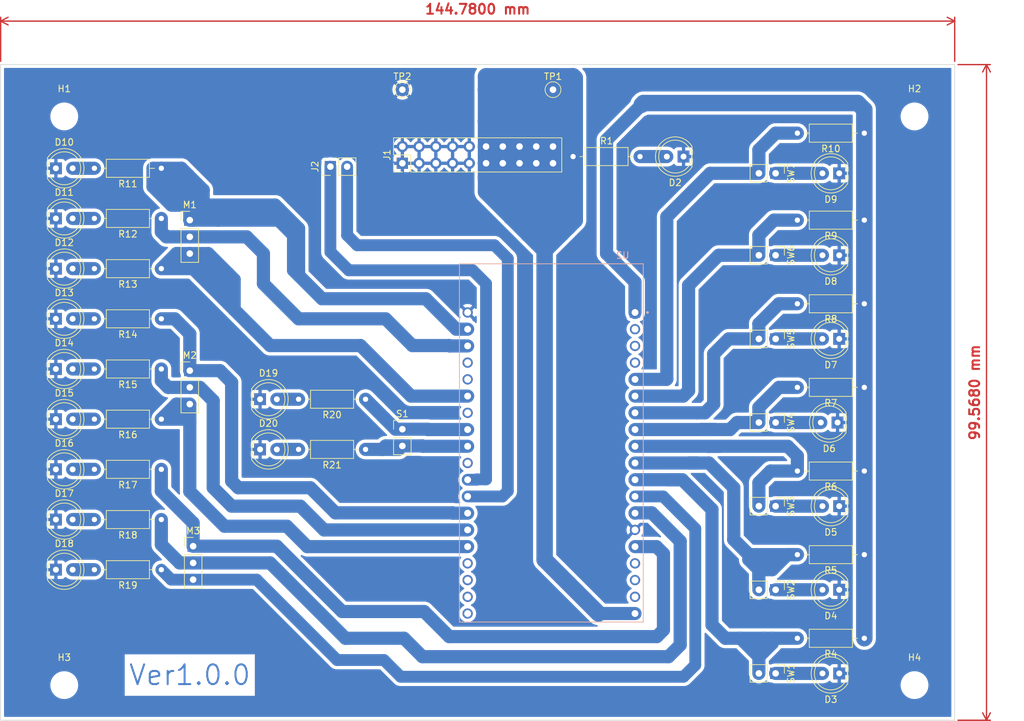
<source format=kicad_pcb>
(kicad_pcb (version 20211014) (generator pcbnew)
  (layers (0 "F.Cu" signal) (31 "B.Cu" signal) (34 "B.Paste" user) (35 "F.Paste" user) (36 "B.SilkS" user "B.Silkscreen") (37 "F.SilkS" user "F.Silkscreen") (38 "B.Mask" user) (39 "F.Mask" user) (44 "Edge.Cuts" user))
  (net 0 "")
  (net 1 "Net-(D5-Pad2)")
  (net 2 "GND")
  (net 3 "+5V")
  (net 4 "Net-(D2-Pad2)")
  (net 5 "Net-(D3-Pad2)")
  (net 6 "Net-(D4-Pad2)")
  (net 7 "Net-(D6-Pad2)")
  (net 8 "+3.3V")
  (net 9 "Net-(D7-Pad2)")
  (net 10 "Net-(D8-Pad2)")
  (net 11 "5")
  (net 12 "6")
  (net 13 "Net-(D9-Pad2)")
  (net 14 "tx")
  (net 15 "rx")
  (net 16 "1")
  (net 17 "2")
  (net 18 "3")
  (net 19 "4")
  (net 32 "A2")
  (net 33 "PWM2")
  (net 34 "B2")
  (net 35 "A3")
  (net 36 "PWM3")
  (net 37 "B3")
  (net 38 "7")
  (net 39 "PWM4")
  (net 40 "PWM5")
  (net 41 "A1")
  (net 42 "PWM1")
  (net 43 "B1")
  (net 45 "Net-(R21-Pad2)")
  (net 46 "Net-(D10-Pad2)")
  (net 47 "Net-(D11-Pad2)")
  (net 48 "Net-(D12-Pad2)")
  (net 49 "Net-(D13-Pad2)")
  (net 50 "Net-(D14-Pad2)")
  (net 51 "Net-(D15-Pad2)")
  (net 52 "Net-(D16-Pad2)")
  (net 53 "Net-(D17-Pad2)")
  (net 54 "Net-(D18-Pad2)")
  (net 55 "Net-(D19-Pad2)")
  (footprint "LED_THT:LED_D5.0mm" (layer "F.Cu") (at 200.919 141.224 180)
    (fp_text reference "D3")
    (fp_text value "LED")
  )
  (footprint "LED_THT:LED_D5.0mm" (layer "F.Cu") (at 82.042 102.616)
    (fp_text reference "D15")
    (fp_text value "LED")
  )
  (footprint "Resistor_THT:R_Axial_DIN0207_L6.3mm_D2.5mm_P10.16mm_Horizontal" (layer "F.Cu") (at 98.044 102.616 180)
    (fp_text reference "R16")
    (fp_text value "220")
  )
  (footprint "Connector_PinHeader_2.54mm:PinHeader_2x10_P2.54mm_Vertical" (layer "F.Cu") (at 134.62 63.754 90)
    (fp_text reference "J1")
    (fp_text value "Conn_02x10_Odd_Even")
  )
  (footprint "Resistor_THT:R_Axial_DIN0207_L6.3mm_D2.5mm_P10.16mm_Horizontal" (layer "F.Cu") (at 204.724 72.39 180)
    (fp_text reference "R9")
    (fp_text value "220")
  )
  (footprint "Resistor_THT:R_Axial_DIN0207_L6.3mm_D2.5mm_P10.16mm_Horizontal" (layer "F.Cu") (at 204.724 85.09 180)
    (fp_text reference "R8")
    (fp_text value "220")
  )
  (footprint "Connector_PinHeader_2.54mm:PinHeader_1x03_P2.54mm_Vertical" (layer "F.Cu") (at 102.362 95.25)
    (fp_text reference "M2")
    (fp_text value "Conn_01x03")
  )
  (footprint "MountingHole:MountingHole_3.2mm_M3" (layer "F.Cu") (at 212.344 143.002)
    (fp_text reference "H4")
    (fp_text value "MountingHole")
  )
  (footprint "TestPoint:TestPoint_THTPad_D2.0mm_Drill1.0mm" (layer "F.Cu") (at 134.62 52.578)
    (fp_text reference "TP2")
    (fp_text value "gnd")
  )
  (footprint "Connector_PinHeader_2.54mm:PinHeader_1x02_P2.54mm_Vertical" (layer "F.Cu") (at 123.698 64.262 90)
    (fp_text reference "J2")
    (fp_text value "Conn_01x02")
  )
  (footprint "Resistor_THT:R_Axial_DIN0207_L6.3mm_D2.5mm_P10.16mm_Horizontal" (layer "F.Cu") (at 98.044 117.856 180)
    (fp_text reference "R18")
    (fp_text value "220")
  )
  (footprint "Resistor_THT:R_Axial_DIN0207_L6.3mm_D2.5mm_P10.16mm_Horizontal" (layer "F.Cu") (at 98.044 87.376 180)
    (fp_text reference "R14")
    (fp_text value "220")
  )
  (footprint "Connector_PinHeader_2.54mm:PinHeader_1x02_P2.54mm_Vertical" (layer "F.Cu") (at 191.262 141.224 -90)
    (fp_text reference "SW1")
    (fp_text value "SW_DIP_x01")
  )
  (footprint "LED_THT:LED_D5.0mm" (layer "F.Cu") (at 113.03 107.208)
    (fp_text reference "D20")
    (fp_text value "LED")
  )
  (footprint "Connector_PinHeader_2.54mm:PinHeader_1x02_P2.54mm_Vertical" (layer "F.Cu") (at 191.262 103.124 -90)
    (fp_text reference "SW4")
    (fp_text value "SW_DIP_x01")
  )
  (footprint "MountingHole:MountingHole_3.2mm_M3" (layer "F.Cu") (at 83.312 56.642)
    (fp_text reference "H1")
    (fp_text value "MountingHole")
  )
  (footprint "LED_THT:LED_D5.0mm" (layer "F.Cu") (at 200.914 115.824 180)
    (fp_text reference "D5")
    (fp_text value "LED")
  )
  (footprint "LED_THT:LED_D5.0mm" (layer "F.Cu") (at 82.037 79.756)
    (fp_text reference "D12")
    (fp_text value "LED")
  )
  (footprint "MountingHole:MountingHole_3.2mm_M3" (layer "F.Cu") (at 83.312 143.002)
    (fp_text reference "H3")
    (fp_text value "MountingHole")
  )
  (footprint "Resistor_THT:R_Axial_DIN0207_L6.3mm_D2.5mm_P10.16mm_Horizontal" (layer "F.Cu") (at 98.044 72.136 180)
    (fp_text reference "R12")
    (fp_text value "220")
  )
  (footprint "LED_THT:LED_D5.0mm" (layer "F.Cu") (at 200.914 128.524 180)
    (fp_text reference "D4")
    (fp_text value "LED")
  )
  (footprint "LED_THT:LED_D5.0mm" (layer "F.Cu") (at 200.914 90.424 180)
    (fp_text reference "D7")
    (fp_text value "LED")
  )
  (footprint "Resistor_THT:R_Axial_DIN0207_L6.3mm_D2.5mm_P10.16mm_Horizontal" (layer "F.Cu") (at 129.032 107.208 180)
    (fp_text reference "R21")
    (fp_text value "220")
  )
  (footprint "Resistor_THT:R_Axial_DIN0207_L6.3mm_D2.5mm_P10.16mm_Horizontal" (layer "F.Cu") (at 204.724 97.79 180)
    (fp_text reference "R7")
    (fp_text value "220")
  )
  (footprint "Connector_PinHeader_2.54mm:PinHeader_1x03_P2.54mm_Vertical" (layer "F.Cu") (at 102.362 72.39)
    (fp_text reference "M1")
    (fp_text value "Conn_01x03")
  )
  (footprint "Resistor_THT:R_Axial_DIN0207_L6.3mm_D2.5mm_P10.16mm_Horizontal" (layer "F.Cu") (at 204.724 135.89 180)
    (fp_text reference "R4")
    (fp_text value "220")
  )
  (footprint "Resistor_THT:R_Axial_DIN0207_L6.3mm_D2.5mm_P10.16mm_Horizontal" (layer "F.Cu") (at 160.528 62.738)
    (fp_text reference "R1")
    (fp_text value "510")
  )
  (footprint "Connector_PinHeader_2.54mm:PinHeader_1x03_P2.54mm_Vertical" (layer "F.Cu") (at 102.87 121.905)
    (fp_text reference "M3")
    (fp_text value "Conn_01x03")
  )
  (footprint "TestPoint:TestPoint_THTPad_D2.0mm_Drill1.0mm" (layer "F.Cu") (at 157.48 52.578)
    (fp_text reference "TP1")
    (fp_text value "5v")
  )
  (footprint "LED_THT:LED_D5.0mm" (layer "F.Cu") (at 200.914 77.724 180)
    (fp_text reference "D8")
    (fp_text value "LED")
  )
  (footprint "Resistor_THT:R_Axial_DIN0207_L6.3mm_D2.5mm_P10.16mm_Horizontal" (layer "F.Cu") (at 98.044 125.476 180)
    (fp_text reference "R19")
    (fp_text value "220")
  )
  (footprint "Resistor_THT:R_Axial_DIN0207_L6.3mm_D2.5mm_P10.16mm_Horizontal" (layer "F.Cu") (at 98.044 94.996 180)
    (fp_text reference "R15")
    (fp_text value "220")
  )
  (footprint "Connector_PinHeader_2.54mm:PinHeader_1x02_P2.54mm_Vertical" (layer "F.Cu") (at 191.262 65.278 -90)
    (fp_text reference "SW7")
    (fp_text value "SW_DIP_x01")
  )
  (footprint "LED_THT:LED_D5.0mm" (layer "F.Cu") (at 82.042 64.516)
    (fp_text reference "D10")
    (fp_text value "LED")
  )
  (footprint "LED_THT:LED_D5.0mm" (layer "F.Cu") (at 113.03 99.588)
    (fp_text reference "D19")
    (fp_text value "LED")
  )
  (footprint "Resistor_THT:R_Axial_DIN0207_L6.3mm_D2.5mm_P10.16mm_Horizontal" (layer "F.Cu") (at 204.724 110.49 180)
    (fp_text reference "R6")
    (fp_text value "220")
  )
  (footprint "LED_THT:LED_D5.0mm" (layer "F.Cu") (at 82.037 94.996)
    (fp_text reference "D14")
    (fp_text value "LED")
  )
  (footprint "Resistor_THT:R_Axial_DIN0207_L6.3mm_D2.5mm_P10.16mm_Horizontal" (layer "F.Cu") (at 204.724 59.182 180)
    (fp_text reference "R10")
    (fp_text value "220")
  )
  (footprint "LED_THT:LED_D5.0mm" (layer "F.Cu") (at 82.042 110.236)
    (fp_text reference "D16")
    (fp_text value "LED")
  )
  (footprint "Resistor_THT:R_Axial_DIN0207_L6.3mm_D2.5mm_P10.16mm_Horizontal" (layer "F.Cu") (at 98.044 64.516 180)
    (fp_text reference "R11")
    (fp_text value "220")
  )
  (footprint "Resistor_THT:R_Axial_DIN0207_L6.3mm_D2.5mm_P10.16mm_Horizontal" (layer "F.Cu") (at 98.044 79.756 180)
    (fp_text reference "R13")
    (fp_text value "220")
  )
  (footprint "MountingHole:MountingHole_3.2mm_M3" (layer "F.Cu") (at 212.344 56.642)
    (fp_text reference "H2")
    (fp_text value "MountingHole")
  )
  (footprint "LED_THT:LED_D5.0mm" (layer "F.Cu") (at 177.292 62.738 180)
    (fp_text reference "D2")
    (fp_text value "LED")
  )
  (footprint "LED_THT:LED_D5.0mm" (layer "F.Cu") (at 200.665 103.124 180)
    (fp_text reference "D6")
    (fp_text value "LED")
  )
  (footprint "LED_THT:LED_D5.0mm" (layer "F.Cu") (at 82.037 72.136)
    (fp_text reference "D11")
    (fp_text value "LED")
  )
  (footprint "Connector_PinHeader_2.54mm:PinHeader_1x02_P2.54mm_Vertical" (layer "F.Cu") (at 191.262 115.824 -90)
    (fp_text reference "SW3")
    (fp_text value "SW_DIP_x01")
  )
  (footprint "LED_THT:LED_D5.0mm" (layer "F.Cu") (at 82.042 125.476)
    (fp_text reference "D18")
    (fp_text value "LED")
  )
  (footprint "Connector_PinHeader_2.54mm:PinHeader_1x02_P2.54mm_Vertical" (layer "F.Cu") (at 191.262 128.524 -90)
    (fp_text reference "SW2")
    (fp_text value "SW_DIP_x01")
  )
  (footprint "LED_THT:LED_D5.0mm" (layer "F.Cu") (at 82.037 87.376)
    (fp_text reference "D13")
    (fp_text value "LED")
  )
  (footprint "Resistor_THT:R_Axial_DIN0207_L6.3mm_D2.5mm_P10.16mm_Horizontal" (layer "F.Cu") (at 204.724 123.19 180)
    (fp_text reference "R5")
    (fp_text value "220")
  )
  (footprint "Connector_PinHeader_2.54mm:PinHeader_1x02_P2.54mm_Vertical" (layer "F.Cu") (at 134.62 104.14)
    (fp_text reference "S1")
    (fp_text value "Conn_01x02")
  )
  (footprint "LED_THT:LED_D5.0mm" (layer "F.Cu") (at 200.914 65.278 180)
    (fp_text reference "D9")
    (fp_text value "LED")
  )
  (footprint "Resistor_THT:R_Axial_DIN0207_L6.3mm_D2.5mm_P10.16mm_Horizontal" (layer "F.Cu") (at 98.044 110.236 180)
    (fp_text reference "R17")
    (fp_text value "220")
  )
  (footprint "Connector_PinHeader_2.54mm:PinHeader_1x02_P2.54mm_Vertical" (layer "F.Cu") (at 191.267 90.424 -90)
    (fp_text reference "SW5")
    (fp_text value "SW_DIP_x01")
  )
  (footprint "Resistor_THT:R_Axial_DIN0207_L6.3mm_D2.5mm_P10.16mm_Horizontal" (layer "F.Cu") (at 129.032 99.588 180)
    (fp_text reference "R20")
    (fp_text value "220")
  )
  (footprint "Connector_PinHeader_2.54mm:PinHeader_1x02_P2.54mm_Vertical" (layer "F.Cu") (at 191.262 77.724 -90)
    (fp_text reference "SW6")
    (fp_text value "SW_DIP_x01")
  )
  (footprint "LED_THT:LED_D5.0mm" (layer "F.Cu") (at 82.042 117.856)
    (fp_text reference "D17")
    (fp_text value "LED")
  )
  (footprint "ESP32-DEVKITC-32D:MODULE_ESP32-DEVKITC-32D" (layer "B.Cu") (at 157.226 106.172 180)
    (fp_text reference "U2")
    (fp_text value "ESP32-DEVKITC-32D")
  )
  (gr_rect (start 73.66 48.768) (end 218.44 148.336) (layer "Edge.Cuts") (width 0.1) (fill none))
  (gr_text "Ver1.0.0\n" (at 102.362 141.478) (layer "B.Cu") (effects (font (size 3 3) (thickness 0.3))))
  (dimension (type aligned) (layer "F.Cu") (pts (xy 73.66 48.768) (xy 218.44 48.768)) (height -6.604) (gr_text "144.7800 mm" (at 146.05 40.364) (layer "F.Cu") (effects (font (size 1.5 1.5) (thickness 0.3)))) (format (units 3) (units_format 1) (precision 4)) (style (thickness 0.2) (arrow_length 1.27) (text_position_mode 0) (extension_height 0.58642) (extension_offset 0.5) keep_text_aligned))
  (dimension (type aligned) (layer "F.Cu") (pts (xy 218.44 48.768) (xy 218.44 148.336)) (height -4.826) (gr_text "99.5680 mm" (at 221.466 98.552 90) (layer "F.Cu") (effects (font (size 1.5 1.5) (thickness 0.3)))) (format (units 3) (units_format 1) (precision 4)) (style (thickness 0.2) (arrow_length 1.27) (text_position_mode 0) (extension_height 0.58642) (extension_offset 0.5) keep_text_aligned))
  (segment (start 191.262 115.824) (end 198.374 115.824) (width 2) (layer "B.Cu") (net 1))
  (segment (start 160.528 62.738) (end 158.75 64.516) (width 2.5) (layer "B.Cu") (net 3))
  (segment (start 147.32 61.214) (end 147.32 63.754) (width 2.5) (layer "B.Cu") (net 3))
  (segment (start 156.21 62.738) (end 151.13 62.738) (width 2.5) (layer "B.Cu") (net 3))
  (segment (start 160.782 65.278) (end 160.782 68.072) (width 2.5) (layer "B.Cu") (net 3))
  (segment (start 160.782 72.39) (end 160.782 68.072) (width 2.5) (layer "B.Cu") (net 3))
  (segment (start 151.892 60.452) (end 152.908 61.468) (width 2.5) (layer "B.Cu") (net 3))
  (segment (start 158.75 60.198) (end 158.75 60.96) (width 2.5) (layer "B.Cu") (net 3))
  (segment (start 156.21 57.15) (end 156.21 62.738) (width 2.5) (layer "B.Cu") (net 3))
  (segment (start 153.67 56.388) (end 160.274 56.388) (width 2.5) (layer "B.Cu") (net 3))
  (segment (start 160.782 53.086) (end 160.782 59.436) (width 2.5) (layer "B.Cu") (net 3))
  (segment (start 149.86 63.754) (end 149.86 67.056) (width 2.5) (layer "B.Cu") (net 3))
  (segment (start 148.209 56.515) (end 148.59 56.134) (width 2.5) (layer "B.Cu") (net 3))
  (segment (start 153.924 67.056) (end 154.686 67.818) (width 2.5) (layer "B.Cu") (net 3))
  (segment (start 159.766 73.406) (end 160.782 72.39) (width 2.5) (layer "B.Cu") (net 3))
  (segment (start 148.59 56.134) (end 160.02 56.134) (width 2.5) (layer "B.Cu") (net 3))
  (segment (start 153.67 68.834) (end 154.686 69.85) (width 2.5) (layer "B.Cu") (net 3))
  (segment (start 160.528 65.024) (end 160.528 62.738) (width 2.5) (layer "B.Cu") (net 3))
  (segment (start 157.48 71.374) (end 156.21 72.644) (width 2.5) (layer "B.Cu") (net 3))
  (segment (start 147.32 66.04) (end 147.32 65.786) (width 2.5) (layer "B.Cu") (net 3))
  (segment (start 147.32 57.404) (end 147.32 52.578) (width 2.5) (layer "B.Cu") (net 3))
  (segment (start 156.21 65.278) (end 157.988 65.278) (width 2.5) (layer "B.Cu") (net 3))
  (segment (start 154.94 52.578) (end 154.94 55.118) (width 2.5) (layer "B.Cu") (net 3))
  (segment (start 151.13 68.834) (end 153.67 68.834) (width 2.5) (layer "B.Cu") (net 3))
  (segment (start 151.765 52.959) (end 152.146 52.578) (width 2.5) (layer "B.Cu") (net 3))
  (segment (start 157.734 71.374) (end 159.766 73.406) (width 2.5) (layer "B.Cu") (net 3))
  (segment (start 147.32 63.754) (end 149.86 63.754) (width 2.5) (layer "B.Cu") (net 3))
  (segment (start 154.686 69.85) (end 154.686 71.628) (width 2.5) (layer "B.Cu") (net 3))
  (segment (start 157.48 62.738) (end 160.528 62.738) (width 2.5) (layer "B.Cu") (net 3))
  (segment (start 151.13 65.278) (end 151.13 67.056) (width 0.25) (layer "B.Cu") (net 3))
  (segment (start 157.48 69.596) (end 157.48 67.056) (width 2.5) (layer "B.Cu") (net 3))
  (segment (start 147.32 61.214) (end 147.32 57.404) (width 2.5) (layer "B.Cu") (net 3))
  (segment (start 158.75 70.104) (end 157.48 71.374) (width 2.5) (layer "B.Cu") (net 3))
  (segment (start 151.384 60.452) (end 151.13 60.452) (width 0.25) (layer "B.Cu") (net 3))
  (segment (start 147.32 68.072) (end 151.13 71.882) (width 2.5) (layer "B.Cu") (net 3))
  (segment (start 156.21 123.952) (end 164.39 132.132) (width 2.5) (layer "B.Cu") (net 3))
  (segment (start 157.607 53.721) (end 158.623 53.721) (width 2.5) (layer "B.Cu") (net 3))
  (segment (start 155.448 62.738) (end 157.988 65.278) (width 0.25) (layer "B.Cu") (net 3))
  (segment (start 148.209 56.515) (end 149.987 58.293) (width 2.5) (layer "B.Cu") (net 3))
  (segment (start 147.32 65.786) (end 147.32 68.072) (width 2.5) (layer "B.Cu") (net 3))
  (segment (start 147.32 61.214) (end 149.86 63.754) (width 2.5) (layer "B.Cu") (net 3))
  (segment (start 151.13 70.612) (end 151.13 71.882) (width 2.5) (layer "B.Cu") (net 3))
  (segment (start 160.274 52.578) (end 160.782 53.086) (width 2.5) (layer "B.Cu") (net 3))
  (segment (start 156.21 62.738) (end 158.75 60.198) (width 2.5) (layer "B.Cu") (net 3))
  (segment (start 160.274 55.372) (end 160.274 56.388) (width 2.5) (layer "B.Cu") (net 3))
  (segment (start 151.13 71.882) (end 153.797 74.549) (width 2.5) (layer "B.Cu") (net 3))
  (segment (start 160.782 50.8) (end 160.782 53.086) (width 2.5) (layer "B.Cu") (net 3))
  (segment (start 158.623 53.721) (end 160.528 55.626) (width 2.5) (layer "B.Cu") (net 3))
  (segment (start 151.13 60.452) (end 151.13 71.882) (width 2.5) (layer "B.Cu") (net 3))
  (segment (start 151.638 57.912) (end 154.686 60.96) (width 2.5) (layer "B.Cu") (net 3))
  (segment (start 151.13 65.278) (end 155.194 65.278) (width 2.5) (layer "B.Cu") (net 3))
  (segment (start 154.686 58.928) (end 152.146 56.388) (width 2.5) (layer "B.Cu") (net 3))
  (segment (start 158.75 60.198) (end 158.75 59.182) (width 2.5) (layer "B.Cu") (net 3))
  (segment (start 151.638 56.388) (end 151.638 57.912) (width 2.5) (layer "B.Cu") (net 3))
  (segment (start 149.86 63.754) (end 149.86 61.214) (width 2.5) (layer "B.Cu") (net 3))
  (segment (start 151.13 68.072) (end 151.13 68.834) (width 2.5) (layer "B.Cu") (net 3))
  (segment (start 153.67 62.738) (end 151.384 60.452) (width 0.25) (layer "B.Cu") (net 3))
  (segment (start 151.13 60.452) (end 151.892 60.452) (width 2.5) (layer "B.Cu") (net 3))
  (segment (start 154.178 61.468) (end 154.686 60.96) (width 2.5) (layer "B.Cu") (net 3))
  (segment (start 156.21 62.738) (end 157.48 62.738) (width 2.5) (layer "B.Cu") (net 3))
  (segment (start 157.734 66.802) (end 156.21 65.278) (width 2.5) (layer "B.Cu") (net 3))
  (segment (start 152.146 56.388) (end 153.67 56.388) (width 2.5) (layer "B.Cu") (net 3))
  (segment (start 160.528 57.15) (end 156.21 57.15) (width 2.5) (layer "B.Cu") (net 3))
  (segment (start 147.32 57.404) (end 151.765 52.959) (width 2.5) (layer "B.Cu") (net 3))
  (segment (start 157.48 52.578) (end 158.623 53.721) (width 2.5) (layer "B.Cu") (net 3))
  (segment (start 157.48 52.578) (end 160.274 55.372) (width 2.5) (layer "B.Cu") (net 3))
  (segment (start 147.32 63.754) (end 147.32 65.786) (width 2.5) (layer "B.Cu") (net 3))
  (segment (start 160.528 66.548) (end 157.48 69.596) (width 2.5) (layer "B.Cu") (net 3))
  (segment (start 154.686 60.96) (end 154.686 58.928) (width 2.5) (layer "B.Cu") (net 3))
  (segment (start 147.32 52.578) (end 152.146 52.578) (width 2.5) (layer "B.Cu") (net 3))
  (segment (start 156.464 54.864) (end 157.607 53.721) (width 2.5) (layer "B.Cu") (net 3))
  (segment (start 160.528 55.626) (end 160.528 57.15) (width 2.5) (layer "B.Cu") (net 3))
  (segment (start 147.574 52.578) (end 149.86 54.864) (width 2.5) (layer "B.Cu") (net 3))
  (segment (start 158.75 64.516) (end 157.988 64.516) (width 2.5) (layer "B.Cu") (net 3))
  (segment (start 158.75 60.96) (end 160.528 62.738) (width 2.5) (layer "B.Cu") (net 3))
  (segment (start 156.21 65.278) (end 156.21 62.738) (width 2.5) (layer "B.Cu") (net 3))
  (segment (start 154.432 68.072) (end 151.13 68.072) (width 2.5) (layer "B.Cu") (net 3))
  (segment (start 147.32 57.404) (end 148.209 56.515) (width 2.5) (layer "B.Cu") (net 3))
  (segment (start 157.48 58.674) (end 158.242 58.674) (width 2.5) (layer "B.Cu") (net 3))
  (segment (start 160.02 56.134) (end 160.274 56.388) (width 2.5) (layer "B.Cu") (net 3))
  (segment (start 160.782 56.896) (end 160.528 57.15) (width 2.5) (layer "B.Cu") (net 3))
  (segment (start 153.67 62.738) (end 157.48 62.738) (width 0.25) (layer "B.Cu") (net 3))
  (segment (start 160.274 56.388) (end 160.782 56.896) (width 2.5) (layer "B.Cu") (net 3))
  (segment (start 152.654 62.738) (end 155.194 65.278) (width 2.5) (layer "B.Cu") (net 3))
  (segment (start 160.528 50.546) (end 160.782 50.8) (width 2.5) (layer "B.Cu") (net 3))
  (segment (start 154.178 72.136) (end 152.908 70.866) (width 2.5) (layer "B.Cu") (net 3))
  (segment (start 150.241 58.293) (end 147.32 61.214) (width 2.5) (layer "B.Cu") (net 3))
  (segment (start 154.305 74.549) (end 153.797 74.549) (width 2.5) (layer "B.Cu") (net 3))
  (segment (start 154.94 52.578) (end 157.48 52.578) (width 2.5) (layer "B.Cu") (net 3))
  (segment (start 160.782 65.278) (end 160.528 65.024) (width 2.5) (layer "B.Cu") (net 3))
  (segment (start 158.75 70.104) (end 160.782 72.136) (width 2.5) (layer "B.Cu") (net 3))
  (segment (start 157.988 64.516) (end 157.988 65.278) (width 2.5) (layer "B.Cu") (net 3))
  (segment (start 157.48 71.374) (end 157.734 71.374) (width 2.5) (layer "B.Cu") (net 3))
  (segment (start 147.32 52.578) (end 147.32 50.546) (width 2.5) (layer "B.Cu") (net 3))
  (segment (start 151.13 67.056) (end 153.924 67.056) (width 2.5) (layer "B.Cu") (net 3))
  (segment (start 152.908 61.468) (end 154.178 61.468) (width 2.5) (layer "B.Cu") (net 3))
  (segment (start 153.162 54.864) (end 151.638 54.864) (width 2.5) (layer "B.Cu") (net 3))
  (segment (start 156.972 72.644) (end 158.75 74.422) (width 2.5) (layer "B.Cu") (net 3))
  (segment (start 149.098 67.818) (end 147.32 66.04) (width 2.5) (layer "B.Cu") (net 3))
  (segment (start 160.782 59.436) (end 160.782 56.896) (width 2.5) (layer "B.Cu") (net 3))
  (segment (start 152.908 70.866) (end 152.908 70.358) (width 2.5) (layer "B.Cu") (net 3))
  (segment (start 149.86 54.864) (end 151.638 54.864) (width 2.5) (layer "B.Cu") (net 3))
  (segment (start 154.94 55.118) (end 153.67 56.388) (width 2.5) (layer "B.Cu") (net 3))
  (segment (start 157.48 52.578) (end 160.274 52.578) (width 2.5) (layer "B.Cu") (net 3))
  (segment (start 149.987 58.293) (end 150.241 58.293) (width 2.5) (layer "B.Cu") (net 3))
  (segment (start 157.48 67.056) (end 157.734 66.802) (width 2.5) (layer "B.Cu") (net 3))
  (segment (start 158.242 58.674) (end 158.75 59.182) (width 2.5) (layer "B.Cu") (net 3))
  (segment (start 160.782 72.136) (end 160.782 72.39) (width 2.5) (layer "B.Cu") (net 3))
  (segment (start 156.21 72.644) (end 156.21 76.962) (width 2.5) (layer "B.Cu") (net 3))
  (segment (start 147.32 52.578) (end 147.574 52.578) (width 2.5) (layer "B.Cu") (net 3))
  (segment (start 147.32 63.754) (end 149.86 66.294) (width 2.5) (layer "B.Cu") (net 3))
  (segment (start 153.67 65.278) (end 151.13 65.278) (width 0.25) (layer "B.Cu") (net 3))
  (segment (start 149.86 67.056) (end 149.098 67.818) (width 2.5) (layer "B.Cu") (net 3))
  (segment (start 156.21 76.962) (end 158.75 74.422) (width 2.5) (layer "B.Cu") (net 3))
  (segment (start 160.782 65.278) (end 160.782 59.436) (width 2.5) (layer "B.Cu") (net 3))
  (segment (start 153.797 74.549) (end 156.21 76.962) (width 2.5) (layer "B.Cu") (net 3))
  (segment (start 153.162 54.864) (end 153.162 54.356) (width 2.5) (layer "B.Cu") (net 3))
  (segment (start 158.75 74.422) (end 159.766 73.406) (width 2.5) (layer "B.Cu") (net 3))
  (segment (start 164.39 132.132) (end 169.926 132.132) (width 2) (layer "B.Cu") (net 3))
  (segment (start 151.13 56.896) (end 151.13 57.404) (width 2.5) (layer "B.Cu") (net 3))
  (segment (start 151.13 62.738) (end 152.654 62.738) (width 2.5) (layer "B.Cu") (net 3))
  (segment (start 151.765 52.959) (end 153.162 54.356) (width 2.5) (layer "B.Cu") (net 3))
  (segment (start 151.638 54.864) (end 151.638 56.388) (width 2.5) (layer "B.Cu") (net 3))
  (segment (start 152.908 70.358) (end 151.384 70.358) (width 2.5) (layer "B.Cu") (net 3))
  (segment (start 151.13 62.738) (end 151.13 60.452) (width 2.5) (layer "B.Cu") (net 3))
  (segment (start 156.21 62.738) (end 157.988 64.516) (width 2.5) (layer "B.Cu") (net 3))
  (segment (start 153.67 62.738) (end 155.448 62.738) (width 0.25) (layer "B.Cu") (net 3))
  (segment (start 154.686 71.628) (end 154.178 72.136) (width 2.5) (layer "B.Cu") (net 3))
  (segment (start 160.528 65.024) (end 160.528 66.548) (width 2.5) (layer "B.Cu") (net 3))
  (segment (start 156.21 72.644) (end 156.972 72.644) (width 2.5) (layer "B.Cu") (net 3))
  (segment (start 157.988 65.278) (end 160.782 65.278) (width 2.5) (layer "B.Cu") (net 3))
  (segment (start 160.782 68.072) (end 158.75 70.104) (width 2.5) (layer "B.Cu") (net 3))
  (segment (start 149.86 66.294) (end 149.86 67.056) (width 2.5) (layer "B.Cu") (net 3))
  (segment (start 156.21 65.278) (end 156.21 72.644) (width 2.5) (layer "B.Cu") (net 3))
  (segment (start 151.13 56.896) (end 151.638 56.388) (width 2.5) (layer "B.Cu") (net 3))
  (segment (start 154.686 67.818) (end 154.432 68.072) (width 2.5) (layer "B.Cu") (net 3))
  (segment (start 151.13 57.404) (end 150.241 58.293) (width 2.5) (layer "B.Cu") (net 3))
  (segment (start 152.146 52.578) (end 154.94 52.578) (width 2.5) (layer "B.Cu") (net 3))
  (segment (start 153.67 62.738) (end 153.67 65.278) (width 0.25) (layer "B.Cu") (net 3))
  (segment (start 151.384 70.358) (end 151.13 70.612) (width 2.5) (layer "B.Cu") (net 3))
  (segment (start 151.13 62.738) (end 151.13 65.278) (width 2.5) (layer "B.Cu") (net 3))
  (segment (start 151.13 62.738) (end 151.13 56.896) (width 2.5) (layer "B.Cu") (net 3))
  (segment (start 147.32 50.546) (end 160.528 50.546) (width 2.5) (layer "B.Cu") (net 3))
  (segment (start 156.21 72.644) (end 154.305 74.549) (width 2.5) (layer "B.Cu") (net 3))
  (segment (start 156.21 76.962) (end 156.21 123.952) (width 2.5) (layer "B.Cu") (net 3))
  (segment (start 155.194 65.278) (end 156.21 65.278) (width 2.5) (layer "B.Cu") (net 3))
  (segment (start 170.688 62.738) (end 174.752 62.738) (width 2) (layer "B.Cu") (net 4))
  (segment (start 198.379 141.224) (end 191.262 141.224) (width 2) (layer "B.Cu") (net 5))
  (segment (start 191.262 128.524) (end 198.374 128.524) (width 2) (layer "B.Cu") (net 6))
  (segment (start 198.125 103.124) (end 191.262 103.124) (width 2) (layer "B.Cu") (net 7))
  (segment (start 170.942 54.864) (end 165.608 60.198) (width 2) (layer "B.Cu") (net 8))
  (segment (start 170.942 54.864) (end 171.196 54.61) (width 2.5) (layer "B.Cu") (net 8))
  (segment (start 165.608 60.198) (end 165.608 77.47) (width 2) (layer "B.Cu") (net 8))
  (segment (start 203.708 54.61) (end 204.724 55.626) (width 2.5) (layer "B.Cu") (net 8))
  (segment (start 204.724 72.39) (end 204.724 135.89) (width 2.5) (layer "B.Cu") (net 8))
  (segment (start 171.196 54.61) (end 203.708 54.61) (width 2.5) (layer "B.Cu") (net 8))
  (segment (start 204.724 55.626) (end 204.724 59.182) (width 2.5) (layer "B.Cu") (net 8))
  (segment (start 165.608 77.47) (end 169.926 81.788) (width 2) (layer "B.Cu") (net 8))
  (segment (start 169.926 81.788) (end 169.926 86.412) (width 2) (layer "B.Cu") (net 8))
  (segment (start 204.724 59.182) (end 204.724 72.39) (width 2.5) (layer "B.Cu") (net 8))
  (segment (start 191.267 90.424) (end 198.374 90.424) (width 2) (layer "B.Cu") (net 9))
  (segment (start 191.262 77.724) (end 198.374 77.724) (width 2) (layer "B.Cu") (net 10))
  (segment (start 180.542 101.652) (end 180.594 101.6) (width 0.25) (layer "B.Cu") (net 11))
  (segment (start 184.15 90.424) (end 188.727 90.424) (width 2) (layer "B.Cu") (net 11))
  (segment (start 188.722 88.138) (end 191.77 85.09) (width 2) (layer "B.Cu") (net 11))
  (segment (start 181.864 100.33) (end 181.864 92.71) (width 2) (layer "B.Cu") (net 11))
  (segment (start 191.77 85.09) (end 194.564 85.09) (width 2) (layer "B.Cu") (net 11))
  (segment (start 179.376 101.652) (end 180.542 101.652) (width 2) (layer "B.Cu") (net 11))
  (segment (start 188.727 88.143) (end 188.722 88.138) (width 2) (layer "B.Cu") (net 11))
  (segment (start 169.926 101.652) (end 179.376 101.652) (width 2) (layer "B.Cu") (net 11))
  (segment (start 188.727 90.424) (end 188.727 88.143) (width 2) (layer "B.Cu") (net 11))
  (segment (start 180.542 101.652) (end 181.864 100.33) (width 2) (layer "B.Cu") (net 11))
  (segment (start 181.864 92.71) (end 184.15 90.424) (width 2) (layer "B.Cu") (net 11))
  (segment (start 191.008 72.39) (end 188.722 74.676) (width 2) (layer "B.Cu") (net 12))
  (segment (start 188.722 74.676) (end 188.722 77.724) (width 2) (layer "B.Cu") (net 12))
  (segment (start 178.054 98.298) (end 177.24 99.112) (width 2) (layer "B.Cu") (net 12))
  (segment (start 177.24 99.112) (end 169.926 99.112) (width 2) (layer "B.Cu") (net 12))
  (segment (start 178.054 82.296) (end 178.054 98.298) (width 2) (layer "B.Cu") (net 12))
  (segment (start 182.626 77.724) (end 178.054 82.296) (width 2) (layer "B.Cu") (net 12))
  (segment (start 194.564 72.39) (end 191.008 72.39) (width 2) (layer "B.Cu") (net 12))
  (segment (start 188.722 77.724) (end 182.626 77.724) (width 2) (layer "B.Cu") (net 12))
  (segment (start 191.262 65.278) (end 198.374 65.278) (width 2) (layer "B.Cu") (net 13))
  (segment (start 123.698 77.216) (end 123.698 64.262) (width 1.8) (layer "B.Cu") (net 14))
  (segment (start 144.526 111.812) (end 145.848 111.812) (width 1.8) (layer "B.Cu") (net 14))
  (segment (start 145.9 111.76) (end 147.32 111.76) (width 1.8) (layer "B.Cu") (net 14))
  (segment (start 147.32 82.042) (end 145.288 80.01) (width 1.8) (layer "B.Cu") (net 14))
  (segment (start 145.288 80.01) (end 126.492 80.01) (width 1.8) (layer "B.Cu") (net 14))
  (segment (start 126.492 80.01) (end 123.698 77.216) (width 1.8) (layer "B.Cu") (net 14))
  (segment (start 145.848 111.812) (end 145.9 111.76) (width 1.8) (layer "B.Cu") (net 14))
  (segment (start 147.32 111.76) (end 147.32 82.042) (width 1.8) (layer "B.Cu") (net 14))
  (segment (start 148.59 76.2) (end 127.762 76.2) (width 1.8) (layer "B.Cu") (net 15))
  (segment (start 150.622 113.538) (end 150.622 78.232) (width 1.8) (layer "B.Cu") (net 15))
  (segment (start 127.762 76.2) (end 126.238 74.676) (width 1.8) (layer "B.Cu") (net 15))
  (segment (start 150.622 78.232) (end 148.59 76.2) (width 1.8) (layer "B.Cu") (net 15))
  (segment (start 149.808 114.352) (end 150.622 113.538) (width 1.8) (layer "B.Cu") (net 15))
  (segment (start 126.238 74.676) (end 126.238 64.262) (width 1.8) (layer "B.Cu") (net 15))
  (segment (start 144.526 114.352) (end 149.808 114.352) (width 1.8) (layer "B.Cu") (net 15))
  (segment (start 174.954 111.812) (end 176.582 111.812) (width 2) (layer "B.Cu") (net 16))
  (segment (start 187.833 137.795) (end 188.722 138.684) (width 2) (layer "B.Cu") (net 16))
  (segment (start 181.61 133.858) (end 183.642 135.89) (width 2) (layer "B.Cu") (net 16))
  (segment (start 190.754 136.652) (end 188.722 138.684) (width 2) (layer "B.Cu") (net 16))
  (segment (start 183.642 135.89) (end 185.928 135.89) (width 2) (layer "B.Cu") (net 16))
  (segment (start 190.754 135.89) (end 194.564 135.89) (width 2) (layer "B.Cu") (net 16))
  (segment (start 189.484 135.89) (end 187.833 137.541) (width 2) (layer "B.Cu") (net 16))
  (segment (start 185.928 135.89) (end 187.833 137.795) (width 2) (layer "B.Cu") (net 16))
  (segment (start 181.61 116.332) (end 181.61 133.858) (width 2) (layer "B.Cu") (net 16))
  (segment (start 169.926 111.812) (end 174.954 111.812) (width 2) (layer "B.Cu") (net 16))
  (segment (start 185.928 135.89) (end 189.484 135.89) (width 2) (layer "B.Cu") (net 16))
  (segment (start 177.09 111.812) (end 181.61 116.332) (width 2) (layer "B.Cu") (net 16))
  (segment (start 174.954 111.812) (end 177.09 111.812) (width 2) (layer "B.Cu") (net 16))
  (segment (start 176.582 111.812) (end 177.546 112.776) (width 0.25) (layer "B.Cu") (net 16))
  (segment (start 188.722 138.684) (end 188.722 141.224) (width 2) (layer "B.Cu") (net 16))
  (segment (start 190.754 135.89) (end 190.754 136.652) (width 2) (layer "B.Cu") (net 16))
  (segment (start 187.833 137.541) (end 187.833 137.795) (width 2) (layer "B.Cu") (net 16))
  (segment (start 189.484 135.89) (end 190.754 135.89) (width 2) (layer "B.Cu") (net 16))
  (segment (start 190.754 125.476) (end 188.722 125.476) (width 2) (layer "B.Cu") (net 17))
  (segment (start 169.926 109.272) (end 178.256 109.272) (width 2) (layer "B.Cu") (net 17))
  (segment (start 178.256 109.272) (end 179.376 109.272) (width 2) (layer "B.Cu") (net 17))
  (segment (start 194.564 123.19) (end 193.04 123.19) (width 2) (layer "B.Cu") (net 17))
  (segment (start 189.738 123.19) (end 194.564 123.19) (width 2) (layer "B.Cu") (net 17))
  (segment (start 187.198 123.952) (end 188.722 125.476) (width 2) (layer "B.Cu") (net 17))
  (segment (start 188.722 125.476) (end 188.722 127.508) (width 2) (layer "B.Cu") (net 17))
  (segment (start 187.198 123.19) (end 184.912 120.904) (width 2) (layer "B.Cu") (net 17))
  (segment (start 184.912 113.03) (end 184.912 120.904) (width 2) (layer "B.Cu") (net 17))
  (segment (start 178.256 109.272) (end 181.154 109.272) (width 2) (layer "B.Cu") (net 17))
  (segment (start 184.912 120.904) (end 188.722 124.714) (width 2) (layer "B.Cu") (net 17))
  (segment (start 189.738 124.46) (end 188.722 125.476) (width 2) (layer "B.Cu") (net 17))
  (segment (start 188.722 127.508) (end 188.722 128.524) (width 2) (layer "B.Cu") (net 17))
  (segment (start 188.722 124.714) (end 188.722 127.508) (width 2) (layer "B.Cu") (net 17))
  (segment (start 187.198 123.952) (end 187.198 123.19) (width 2) (layer "B.Cu") (net 17))
  (segment (start 193.04 123.19) (end 190.754 125.476) (width 2) (layer "B.Cu") (net 17))
  (segment (start 181.154 109.272) (end 184.912 113.03) (width 2) (layer "B.Cu") (net 17))
  (segment (start 187.198 123.19) (end 189.738 123.19) (width 2) (layer "B.Cu") (net 17))
  (segment (start 189.738 123.19) (end 189.738 124.46) (width 2) (layer "B.Cu") (net 17))
  (segment (start 194.564 108.204) (end 194.564 110.49) (width 2) (layer "B.Cu") (net 18))
  (segment (start 182.828 106.732) (end 182.88 106.68) (width 0.25) (layer "B.Cu") (net 18))
  (segment (start 194.564 110.49) (end 190.5 110.49) (width 2) (layer "B.Cu") (net 18))
  (segment (start 181.05 106.732) (end 193.092 106.732) (width 2) (layer "B.Cu") (net 18))
  (segment (start 188.722 112.268) (end 188.722 115.824) (width 2) (layer "B.Cu") (net 18))
  (segment (start 193.092 106.732) (end 194.564 108.204) (width 2) (layer "B.Cu") (net 18))
  (segment (start 190.5 110.49) (end 188.722 112.268) (width 2) (layer "B.Cu") (net 18))
  (segment (start 181.05 106.732) (end 182.828 106.732) (width 2) (layer "B.Cu") (net 18))
  (segment (start 169.926 106.732) (end 181.05 106.732) (width 2) (layer "B.Cu") (net 18))
  (segment (start 191.77 97.79) (end 194.564 97.79) (width 2) (layer "B.Cu") (net 19))
  (segment (start 185.42 103.124) (end 188.722 103.124) (width 2) (layer "B.Cu") (net 19))
  (segment (start 188.722 103.124) (end 188.722 100.838) (width 2) (layer "B.Cu") (net 19))
  (segment (start 182.066 104.192) (end 182.626 103.632) (width 0.25) (layer "B.Cu") (net 19))
  (segment (start 184.352 104.192) (end 185.42 103.124) (width 2) (layer "B.Cu") (net 19))
  (segment (start 169.926 104.192) (end 180.034 104.192) (width 2) (layer "B.Cu") (net 19))
  (segment (start 180.034 104.192) (end 182.066 104.192) (width 2) (layer "B.Cu") (net 19))
  (segment (start 188.722 100.838) (end 191.77 97.79) (width 2) (layer "B.Cu") (net 19))
  (segment (start 180.034 104.192) (end 184.352 104.192) (width 2) (layer "B.Cu") (net 19))
  (segment (start 120.65 113.03) (end 109.728 113.03) (width 2) (layer "B.Cu") (net 32))
  (segment (start 102.362 95.25) (end 102.362 89.662) (width 2) (layer "B.Cu") (net 32))
  (segment (start 106.934 95.25) (end 102.362 95.25) (width 2) (layer "B.Cu") (net 32))
  (segment (start 108.712 97.028) (end 106.934 95.25) (width 2) (layer "B.Cu") (net 32))
  (segment (start 144.526 116.892) (end 142.292 116.892) (width 2) (layer "B.Cu") (net 32))
  (segment (start 142.292 116.892) (end 142.24 116.84) (width 2) (layer "B.Cu") (net 32))
  (segment (start 108.712 112.014) (end 108.712 97.028) (width 2) (layer "B.Cu") (net 32))
  (segment (start 124.46 116.84) (end 120.65 113.03) (width 2) (layer "B.Cu") (net 32))
  (segment (start 109.728 113.03) (end 108.712 112.014) (width 2) (layer "B.Cu") (net 32))
  (segment (start 102.362 89.662) (end 100.076 87.376) (width 2) (layer "B.Cu") (net 32))
  (segment (start 142.24 116.84) (end 124.46 116.84) (width 2) (layer "B.Cu") (net 32))
  (segment (start 100.076 87.376) (end 98.044 87.376) (width 2) (layer "B.Cu") (net 32))
  (segment (start 103.886 97.79) (end 102.362 97.79) (width 2) (layer "B.Cu") (net 33))
  (segment (start 119.126 115.824) (end 108.712 115.824) (width 2) (layer "B.Cu") (net 33))
  (segment (start 99.06 97.79) (end 98.044 96.774) (width 2) (layer "B.Cu") (net 33))
  (segment (start 105.918 99.822) (end 103.886 97.79) (width 2) (layer "B.Cu") (net 33))
  (segment (start 108.712 115.824) (end 105.918 113.03) (width 2) (layer "B.Cu") (net 33))
  (segment (start 144.526 119.432) (end 122.734 119.432) (width 2) (layer "B.Cu") (net 33))
  (segment (start 105.918 113.03) (end 105.918 99.822) (width 2) (layer "B.Cu") (net 33))
  (segment (start 102.362 97.79) (end 99.06 97.79) (width 2) (layer "B.Cu") (net 33))
  (segment (start 122.734 119.432) (end 119.126 115.824) (width 2) (layer "B.Cu") (net 33))
  (segment (start 98.044 96.774) (end 98.044 94.996) (width 2) (layer "B.Cu") (net 33))
  (segment (start 117.094 118.872) (end 107.63273 118.872) (width 2) (layer "B.Cu") (net 34))
  (segment (start 144.526 121.972) (end 120.194 121.972) (width 2) (layer "B.Cu") (net 34))
  (segment (start 100.33 101.346) (end 100.33 100.33) (width 2) (layer "B.Cu") (net 34))
  (segment (start 102.362 100.33) (end 100.33 100.33) (width 2) (layer "B.Cu") (net 34))
  (segment (start 102.362 103.124) (end 102.362 100.33) (width 2) (layer "B.Cu") (net 34))
  (segment (start 101.854 102.616) (end 102.362 103.124) (width 2) (layer "B.Cu") (net 34))
  (segment (start 120.194 121.972) (end 117.094 118.872) (width 2) (layer "B.Cu") (net 34))
  (segment (start 98.044 102.616) (end 101.854 102.616) (width 2) (layer "B.Cu") (net 34))
  (segment (start 102.362 113.60127) (end 102.362 103.124) (width 2) (layer "B.Cu") (net 34))
  (segment (start 100.33 100.33) (end 98.044 102.616) (width 2) (layer "B.Cu") (net 34))
  (segment (start 101.6 102.616) (end 100.33 101.346) (width 2) (layer "B.Cu") (net 34))
  (segment (start 107.63273 118.872) (end 102.362 113.60127) (width 2) (layer "B.Cu") (net 34))
  (segment (start 101.854 102.616) (end 101.6 102.616) (width 2) (layer "B.Cu") (net 34))
  (segment (start 173.228 135.636) (end 141.732 135.636) (width 2) (layer "B.Cu") (net 35))
  (segment (start 102.87 118.364) (end 98.044 113.538) (width 2) (layer "B.Cu") (net 35))
  (segment (start 102.87 121.905) (end 102.87 118.364) (width 2) (layer "B.Cu") (net 35))
  (segment (start 169.926 121.972) (end 173.176 121.972) (width 2) (layer "B.Cu") (net 35))
  (segment (start 141.732 135.636) (end 137.922 131.826) (width 2) (layer "B.Cu") (net 35))
  (segment (start 137.922 131.826) (end 125.476 131.826) (width 2) (layer "B.Cu") (net 35))
  (segment (start 98.044 113.538) (end 98.044 110.236) (width 2) (layer "B.Cu") (net 35))
  (segment (start 125.476 131.826) (end 115.555 121.905) (width 2) (layer "B.Cu") (net 35))
  (segment (start 174.244 134.62) (end 173.228 135.636) (width 2) (layer "B.Cu") (net 35))
  (segment (start 173.176 121.972) (end 174.244 123.04) (width 2) (layer "B.Cu") (net 35))
  (segment (start 115.555 121.905) (end 102.87 121.905) (width 2) (layer "B.Cu") (net 35))
  (segment (start 174.244 123.04) (end 174.244 134.62) (width 2) (layer "B.Cu") (net 35))
  (segment (start 98.044 121.666) (end 98.044 117.856) (width 2) (layer "B.Cu") (net 36))
  (segment (start 176.784 121.158) (end 176.784 136.906) (width 2) (layer "B.Cu") (net 36))
  (segment (start 114.539 124.445) (end 102.87 124.445) (width 2) (layer "B.Cu") (net 36))
  (segment (start 125.984 135.89) (end 114.539 124.445) (width 2) (layer "B.Cu") (net 36))
  (segment (start 169.978 116.84) (end 172.466 116.84) (width 2) (layer "B.Cu") (net 36))
  (segment (start 100.823 124.445) (end 98.044 121.666) (width 2) (layer "B.Cu") (net 36))
  (segment (start 172.466 116.84) (end 176.784 121.158) (width 2) (layer "B.Cu") (net 36))
  (segment (start 137.668 138.684) (end 134.874 135.89) (width 2) (layer "B.Cu") (net 36))
  (segment (start 169.926 116.892) (end 169.978 116.84) (width 2) (layer "B.Cu") (net 36))
  (segment (start 102.87 124.445) (end 100.823 124.445) (width 2) (layer "B.Cu") (net 36))
  (segment (start 175.006 138.684) (end 137.668 138.684) (width 2) (layer "B.Cu") (net 36))
  (segment (start 176.784 136.906) (end 175.006 138.684) (width 2) (layer "B.Cu") (net 36))
  (segment (start 134.874 135.89) (end 125.984 135.89) (width 2) (layer "B.Cu") (net 36))
  (segment (start 134.366 141.732) (end 131.826 139.192) (width 1.8) (layer "B.Cu") (net 37))
  (segment (start 174.192 114.352) (end 179.07 119.23) (width 1.8) (layer "B.Cu") (net 37))
  (segment (start 131.826 139.192) (end 124.714 139.192) (width 1.8) (layer "B.Cu") (net 37))
  (segment (start 102.87 126.985) (end 99.553 126.985) (width 1.8) (layer "B.Cu") (net 37))
  (segment (start 99.553 126.985) (end 98.044 125.476) (width 1.8) (layer "B.Cu") (net 37))
  (segment (start 179.07 119.23) (end 179.07 139.954) (width 1.8) (layer "B.Cu") (net 37))
  (segment (start 179.07 139.954) (end 177.292 141.732) (width 1.8) (layer "B.Cu") (net 37))
  (segment (start 112.507 126.985) (end 102.87 126.985) (width 1.8) (layer "B.Cu") (net 37))
  (segment (start 177.292 141.732) (end 134.366 141.732) (width 1.8) (layer "B.Cu") (net 37))
  (segment (start 124.714 139.192) (end 112.507 126.985) (width 1.8) (layer "B.Cu") (net 37))
  (segment (start 169.926 114.352) (end 174.192 114.352) (width 1.8) (layer "B.Cu") (net 37))
  (segment (start 188.722 61.722) (end 188.722 65.278) (width 2) (layer "B.Cu") (net 38))
  (segment (start 191.262 59.182) (end 188.722 61.722) (width 2) (layer "B.Cu") (net 38))
  (segment (start 188.722 65.278) (end 181.356 65.278) (width 2) (layer "B.Cu") (net 38))
  (segment (start 174.752 96.52) (end 174.7 96.572) (width 2) (layer "B.Cu") (net 38))
  (segment (start 174.7 96.572) (end 169.926 96.572) (width 2) (layer "B.Cu") (net 38))
  (segment (start 181.356 65.278) (end 174.752 71.882) (width 2) (layer "B.Cu") (net 38))
  (segment (start 174.752 71.882) (end 174.752 96.52) (width 2) (layer "B.Cu") (net 38))
  (segment (start 194.564 59.182) (end 191.262 59.182) (width 2) (layer "B.Cu") (net 38))
  (segment (start 131.943 102.499) (end 133.584 104.14) (width 2) (layer "B.Cu") (net 39))
  (segment (start 133.584 104.14) (end 134.62 104.14) (width 2) (layer "B.Cu") (net 39))
  (segment (start 144.526 104.192) (end 138.482 104.192) (width 2) (layer "B.Cu") (net 39))
  (segment (start 138.43 104.14) (end 134.62 104.14) (width 2) (layer "B.Cu") (net 39))
  (segment (start 138.482 104.192) (end 138.43 104.14) (width 2) (layer "B.Cu") (net 39))
  (segment (start 129.032 99.588) (end 131.943 102.499) (width 2) (layer "B.Cu") (net 39))
  (segment (start 144.526 106.732) (end 137.72 106.732) (width 2) (layer "B.Cu") (net 40))
  (segment (start 134.092 107.208) (end 134.62 106.68) (width 0.25) (layer "B.Cu") (net 40))
  (segment (start 132.08 106.68) (end 134.62 106.68) (width 2) (layer "B.Cu") (net 40))
  (segment (start 131.552 107.208) (end 132.08 106.68) (width 2) (layer "B.Cu") (net 40))
  (segment (start 129.032 107.208) (end 131.552 107.208) (width 2) (layer "B.Cu") (net 40))
  (segment (start 131.552 107.208) (end 134.092 107.208) (width 2) (layer "B.Cu") (net 40))
  (segment (start 137.668 106.68) (end 134.62 106.68) (width 2) (layer "B.Cu") (net 40))
  (segment (start 137.72 106.732) (end 137.668 106.68) (width 2) (layer "B.Cu") (net 40))
  (segment (start 98.552 67.564) (end 100.076 69.088) (width 2) (layer "B.Cu") (net 41))
  (segment (start 118.872 73.66) (end 118.872 80.772) (width 2) (layer "B.Cu") (net 41))
  (segment (start 101.092 70.104) (end 102.362 68.834) (width 2) (layer "B.Cu") (net 41))
  (segment (start 100.076 70.104) (end 101.092 70.104) (width 2) (layer "B.Cu") (net 41))
  (segment (start 103.378 67.818) (end 102.362 68.834) (width 2) (layer "B.Cu") (net 41))
  (segment (start 99.568 70.104) (end 96.774 67.31) (width 2) (layer "B.Cu") (net 41))
  (segment (start 100.838 66.802) (end 100.33 66.802) (width 2) (layer "B.Cu") (net 41))
  (segment (start 144.526 88.952) (end 142.8 88.952) (width 2) (layer "B.Cu") (net 41))
  (segment (start 98.044 64.516) (end 101.092 64.516) (width 2) (layer "B.Cu") (net 41))
  (segment (start 106.68 72.39) (end 102.87 72.39) (width 2) (layer "B.Cu") (net 41))
  (segment (start 102.362 68.834) (end 101.092 67.564) (width 2) (layer "B.Cu") (net 41))
  (segment (start 105.41 71.12) (end 114.3 71.12) (width 2) (layer "B.Cu") (net 41))
  (segment (start 104.394 70.866) (end 102.87 72.39) (width 2) (layer "B.Cu") (net 41))
  (segment (start 103.378 67.818) (end 101.346 67.818) (width 2) (layer "B.Cu") (net 41))
  (segment (start 104.394 67.818) (end 103.378 67.818) (width 2) (layer "B.Cu") (net 41))
  (segment (start 100.076 70.104) (end 99.568 70.104) (width 2) (layer "B.Cu") (net 41))
  (segment (start 114.554 71.374) (end 114.808 71.374) (width 2) (layer "B.Cu") (net 41))
  (segment (start 101.346 67.818) (end 101.092 67.564) (width 2) (layer "B.Cu") (net 41))
  (segment (start 142.8 88.952) (end 138.176 84.328) (width 2) (layer "B.Cu") (net 41))
  (segment (start 115.824 70.612) (end 118.872 73.66) (width 2) (layer "B.Cu") (net 41))
  (segment (start 98.552 66.802) (end 100.33 66.802) (width 2) (layer "B.Cu") (net 41))
  (segment (start 102.108 65.532) (end 100.838 66.802) (width 2) (layer "B.Cu") (net 41))
  (segment (start 96.774 64.516) (end 98.044 64.516) (width 2) (layer "B.Cu") (net 41))
  (segment (start 104.394 67.818) (end 104.394 70.104) (width 2) (layer "B.Cu") (net 41))
  (segment (start 105.156 70.866) (end 106.68 72.39) (width 2) (layer "B.Cu") (net 41))
  (segment (start 99.314 65.532) (end 100.076 65.532) (width 2) (layer "B.Cu") (net 41))
  (segment (start 114.808 71.374) (end 115.824 72.39) (width 2) (layer "B.Cu") (net 41))
  (segment (start 101.092 64.516) (end 102.108 65.532) (width 2) (layer "B.Cu") (net 41))
  (segment (start 102.87 72.39) (end 102.362 72.39) (width 2) (layer "B.Cu") (net 41))
  (segment (start 115.316 70.104) (end 104.394 70.104) (width 2) (layer "B.Cu") (net 41))
  (segment (start 122.428 84.328) (end 118.872 80.772) (width 2) (layer "B.Cu") (net 41))
  (segment (start 118.872 80.772) (end 118.11 80.01) (width 2) (layer "B.Cu") (net 41))
  (segment (start 102.108 65.532) (end 104.394 67.818) (width 2) (layer "B.Cu") (net 41))
  (segment (start 101.092 64.516) (end 100.076 65.532) (width 2) (layer "B.Cu") (net 41))
  (segment (start 115.824 72.39) (end 115.824 70.612) (width 2) (layer "B.Cu") (net 41))
  (segment (start 98.552 66.802) (end 98.552 67.564) (width 2) (layer "B.Cu") (net 41))
  (segment (start 98.044 64.516) (end 98.044 66.294) (width 2) (layer "B.Cu") (net 41))
  (segment (start 100.076 69.088) (end 100.076 70.104) (width 2) (layer "B.Cu") (net 41))
  (segment (start 104.394 70.104) (end 100.076 70.104) (width 2) (layer "B.Cu") (net 41))
  (segment (start 96.774 67.31) (end 96.774 64.516) (width 2) (layer "B.Cu") (net 41))
  (segment (start 104.394 70.104) (end 104.394 70.866) (width 2) (layer "B.Cu") (net 41))
  (segment (start 102.362 72.39) (end 102.362 68.834) (width 2) (layer "B.Cu") (net 41))
  (segment (start 118.11 74.676) (end 115.824 72.39) (width 2) (layer "B.Cu") (net 41))
  (segment (start 104.394 70.866) (end 105.156 70.866) (width 2) (layer "B.Cu") (net 41))
  (segment (start 114.3 71.12) (end 114.554 71.374) (width 2) (layer "B.Cu") (net 41))
  (segment (start 115.824 72.39) (end 106.68 72.39) (width 2) (layer "B.Cu") (net 41))
  (segment (start 101.092 67.564) (end 100.33 66.802) (width 2) (layer "B.Cu") (net 41))
  (segment (start 105.156 70.866) (end 105.41 71.12) (width 2) (layer "B.Cu") (net 41))
  (segment (start 115.824 70.612) (end 115.316 70.104) (width 2) (layer "B.Cu") (net 41))
  (segment (start 118.11 80.01) (end 118.11 74.676) (width 2) (layer "B.Cu") (net 41))
  (segment (start 98.044 66.294) (end 98.552 66.802) (width 2) (layer "B.Cu") (net 41))
  (segment (start 138.176 84.328) (end 122.428 84.328) (width 2) (layer "B.Cu") (net 41))
  (segment (start 98.806 74.93) (end 98.044 74.168) (width 2) (layer "B.Cu") (net 42))
  (segment (start 113.538 77.47) (end 110.998 74.93) (width 2) (layer "B.Cu") (net 42))
  (segment (start 144.526 91.492) (end 141.784 91.492) (width 2) (layer "B.Cu") (net 42))
  (segment (start 113.538 82.042) (end 113.538 77.47) (width 2) (layer "B.Cu") (net 42))
  (segment (start 132.08 87.376) (end 118.872 87.376) (width 2) (layer "B.Cu") (net 42))
  (segment (start 136.144 91.44) (end 132.08 87.376) (width 2) (layer "B.Cu") (net 42))
  (segment (start 118.872 87.376) (end 113.538 82.042) (width 2) (layer "B.Cu") (net 42))
  (segment (start 98.044 74.168) (end 98.044 72.136) (width 2) (layer "B.Cu") (net 42))
  (segment (start 141.732 91.44) (end 136.144 91.44) (width 2) (layer "B.Cu") (net 42))
  (segment (start 141.784 91.492) (end 141.732 91.44) (width 2) (layer "B.Cu") (net 42))
  (segment (start 102.362 74.93) (end 98.806 74.93) (width 2) (layer "B.Cu") (net 42))
  (segment (start 110.998 74.93) (end 102.362 74.93) (width 2) (layer "B.Cu") (net 42))
  (segment (start 102.87 79.756) (end 108.204 85.09) (width 2) (layer "B.Cu") (net 43))
  (segment (start 109.093 81.407) (end 109.093 85.979) (width 2) (layer "B.Cu") (net 43))
  (segment (start 108.204 80.518) (end 105.156 77.47) (width 2) (layer "B.Cu") (net 43))
  (segment (start 103.505 78.359) (end 103.251 78.359) (width 2) (layer "B.Cu") (net 43))
  (segment (start 102.362 79.248) (end 102.87 79.756) (width 2) (layer "B.Cu") (net 43))
  (segment (start 114.554 91.44) (end 109.093 85.979) (width 2) (layer "B.Cu") (net 43))
  (segment (start 100.33 77.47) (end 100.584 77.47) (width 2) (layer "B.Cu") (net 43))
  (segment (start 107.188 82.042) (end 103.505 78.359) (width 2) (layer "B.Cu") (net 43))
  (segment (start 108.204 85.09) (end 108.204 80.518) (width 2) (layer "B.Cu") (net 43))
  (segment (start 128.27 91.44) (end 114.554 91.44) (width 2) (layer "B.Cu") (net 43))
  (segment (start 98.044 79.756) (end 102.87 79.756) (width 2) (layer "B.Cu") (net 43))
  (segment (start 144.526 99.112) (end 135.942 99.112) (width 2) (layer "B.Cu") (net 43))
  (segment (start 102.362 77.47) (end 102.362 79.248) (width 2) (layer "B.Cu") (net 43))
  (segment (start 108.204 80.518) (end 109.093 81.407) (width 2) (layer "B.Cu") (net 43))
  (segment (start 102.362 77.47) (end 100.33 77.47) (width 2) (layer "B.Cu") (net 43))
  (segment (start 135.942 99.112) (end 128.27 91.44) (width 2) (layer "B.Cu") (net 43))
  (segment (start 109.093 85.979) (end 108.204 85.09) (width 2) (layer "B.Cu") (net 43))
  (segment (start 100.33 77.47) (end 98.044 79.756) (width 2) (layer "B.Cu") (net 43))
  (segment (start 105.156 77.47) (end 102.362 77.47) (width 2) (layer "B.Cu") (net 43))
  (segment (start 100.584 77.47) (end 102.362 79.248) (width 2) (layer "B.Cu") (net 43))
  (segment (start 102.362 77.47) (end 103.251 78.359) (width 2) (layer "B.Cu") (net 43))
  (segment (start 115.57 107.208) (end 118.872 107.208) (width 2) (layer "B.Cu") (net 45))
  (segment (start 84.582 64.516) (end 87.884 64.516) (width 2) (layer "B.Cu") (net 46))
  (segment (start 84.577 72.136) (end 87.884 72.136) (width 2) (layer "B.Cu") (net 47))
  (segment (start 84.577 79.756) (end 87.884 79.756) (width 2) (layer "B.Cu") (net 48))
  (segment (start 84.577 87.376) (end 87.884 87.376) (width 2) (layer "B.Cu") (net 49))
  (segment (start 84.577 94.996) (end 87.884 94.996) (width 2) (layer "B.Cu") (net 50))
  (segment (start 84.582 102.616) (end 87.884 102.616) (width 2) (layer "B.Cu") (net 51))
  (segment (start 84.582 110.236) (end 87.884 110.236) (width 2) (layer "B.Cu") (net 52))
  (segment (start 84.582 117.856) (end 87.884 117.856) (width 2) (layer "B.Cu") (net 53))
  (segment (start 84.582 125.476) (end 87.884 125.476) (width 2) (layer "B.Cu") (net 54))
  (segment (start 115.57 99.588) (end 118.872 99.588) (width 2) (layer "B.Cu") (net 55))
  (zone (net 2) (net_name "GND") (layer "B.Cu") (connect_pads (clearance 0.508)) (min_thickness 0.254) (fill yes (thermal_gap 0.508) (thermal_bridge_width 0.508))
    (polygon (pts (xy 218.44 48.768) (xy 218.44 148.336) (xy 73.66 148.336) (xy 73.66 48.768)))
  )
)
</source>
